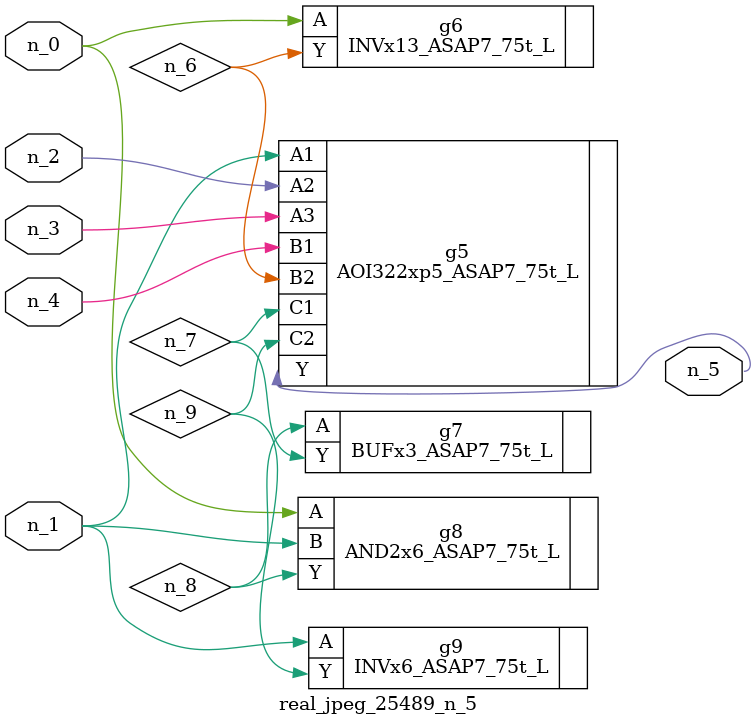
<source format=v>
module real_jpeg_25489_n_5 (n_4, n_0, n_1, n_2, n_3, n_5);

input n_4;
input n_0;
input n_1;
input n_2;
input n_3;

output n_5;

wire n_8;
wire n_6;
wire n_7;
wire n_9;

INVx13_ASAP7_75t_L g6 ( 
.A(n_0),
.Y(n_6)
);

AND2x6_ASAP7_75t_L g8 ( 
.A(n_0),
.B(n_1),
.Y(n_8)
);

AOI322xp5_ASAP7_75t_L g5 ( 
.A1(n_1),
.A2(n_2),
.A3(n_3),
.B1(n_4),
.B2(n_6),
.C1(n_7),
.C2(n_9),
.Y(n_5)
);

INVx6_ASAP7_75t_L g9 ( 
.A(n_1),
.Y(n_9)
);

BUFx3_ASAP7_75t_L g7 ( 
.A(n_8),
.Y(n_7)
);


endmodule
</source>
